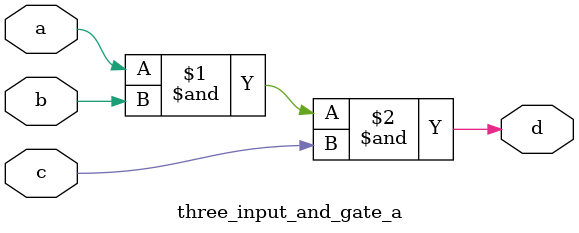
<source format=v>
`timescale 1ns / 1ps


module three_input_and_gate_a (a,b,c,d);
    input a, b, c;
    output d;
    
    assign d = a & b & c;
    
endmodule

</source>
